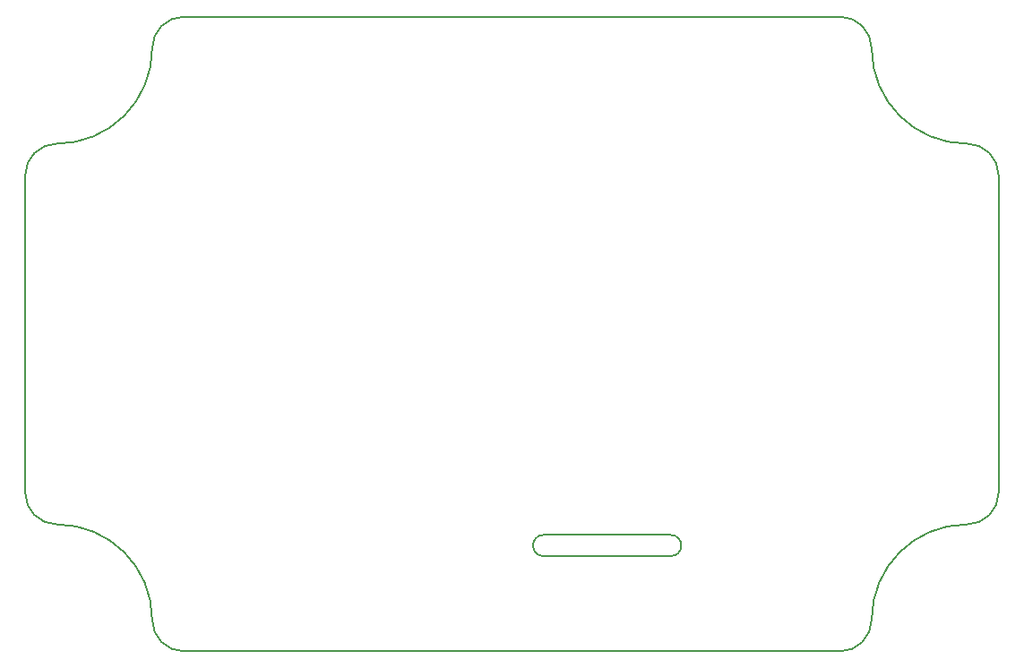
<source format=gm1>
G04 #@! TF.FileFunction,Profile,NP*
%FSLAX46Y46*%
G04 Gerber Fmt 4.6, Leading zero omitted, Abs format (unit mm)*
G04 Created by KiCad (PCBNEW 4.0.5) date 2017 June 19, Monday 16:04:20*
%MOMM*%
%LPD*%
G01*
G04 APERTURE LIST*
%ADD10C,0.100000*%
%ADD11C,0.150000*%
G04 APERTURE END LIST*
D10*
D11*
X101000000Y-101000000D02*
X89000000Y-101000000D01*
X89000000Y-99000000D02*
X101000000Y-99000000D01*
X101000000Y-101000000D02*
G75*
G03X101000000Y-99000000I0J1000000D01*
G01*
X89000000Y-99000000D02*
G75*
G03X89000000Y-101000000I0J-1000000D01*
G01*
X40000000Y-65000000D02*
X40000000Y-95000000D01*
X132000000Y-65000000D02*
X132000000Y-95000000D01*
X129000000Y-98000000D02*
G75*
G03X132000000Y-95000000I0J3000000D01*
G01*
X129000000Y-98000000D02*
G75*
G03X120000000Y-107000000I0J-9000000D01*
G01*
X52000000Y-107000000D02*
G75*
G03X55000000Y-110000000I3000000J0D01*
G01*
X40000000Y-95000000D02*
G75*
G03X43000000Y-98000000I3000000J0D01*
G01*
X52000000Y-107000000D02*
G75*
G03X43000000Y-98000000I-9000000J0D01*
G01*
X117000000Y-110000000D02*
X55000000Y-110000000D01*
X117000000Y-110000000D02*
G75*
G03X120000000Y-107000000I0J3000000D01*
G01*
X55000000Y-50000000D02*
G75*
G03X52000000Y-53000000I0J-3000000D01*
G01*
X55000000Y-50000000D02*
X117000000Y-50000000D01*
X120000000Y-53000000D02*
G75*
G03X129000000Y-62000000I9000000J0D01*
G01*
X132000000Y-65000000D02*
G75*
G03X129000000Y-62000000I-3000000J0D01*
G01*
X120000000Y-53000000D02*
G75*
G03X117000000Y-50000000I-3000000J0D01*
G01*
X43000000Y-62000000D02*
G75*
G03X52000000Y-53000000I0J9000000D01*
G01*
X43000000Y-62000000D02*
G75*
G03X40000000Y-65000000I0J-3000000D01*
G01*
M02*

</source>
